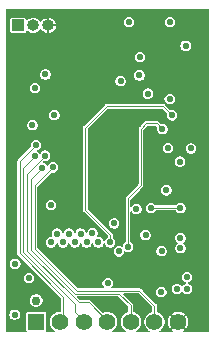
<source format=gbr>
%TF.GenerationSoftware,KiCad,Pcbnew,9.0.0*%
%TF.CreationDate,2025-04-16T21:25:52-04:00*%
%TF.ProjectId,ESP32_S3_CAM,45535033-325f-4533-935f-43414d2e6b69,rev?*%
%TF.SameCoordinates,Original*%
%TF.FileFunction,Copper,L2,Inr*%
%TF.FilePolarity,Positive*%
%FSLAX46Y46*%
G04 Gerber Fmt 4.6, Leading zero omitted, Abs format (unit mm)*
G04 Created by KiCad (PCBNEW 9.0.0) date 2025-04-16 21:25:52*
%MOMM*%
%LPD*%
G01*
G04 APERTURE LIST*
%TA.AperFunction,ComponentPad*%
%ADD10C,0.500000*%
%TD*%
%TA.AperFunction,ComponentPad*%
%ADD11R,1.000000X1.000000*%
%TD*%
%TA.AperFunction,ComponentPad*%
%ADD12O,1.000000X1.000000*%
%TD*%
%TA.AperFunction,ComponentPad*%
%ADD13R,1.400000X1.400000*%
%TD*%
%TA.AperFunction,ComponentPad*%
%ADD14C,1.400000*%
%TD*%
%TA.AperFunction,ViaPad*%
%ADD15C,0.584200*%
%TD*%
%TA.AperFunction,ViaPad*%
%ADD16C,0.762000*%
%TD*%
%TA.AperFunction,Conductor*%
%ADD17C,0.101600*%
%TD*%
G04 APERTURE END LIST*
D10*
%TO.N,GND*%
%TO.C,U1*%
X159800000Y-81620000D03*
X159800000Y-82620000D03*
X159800000Y-83620000D03*
X160800000Y-81620000D03*
X160800000Y-82620000D03*
X160800000Y-83620000D03*
X161800000Y-81620000D03*
X161800000Y-82620000D03*
X161800000Y-83620000D03*
%TD*%
D11*
%TO.N,USB-*%
%TO.C,J3*%
X152960000Y-72360000D03*
D12*
%TO.N,USB+*%
X154230000Y-72360000D03*
%TO.N,GND*%
X155500000Y-72360000D03*
%TD*%
D13*
%TO.N,+BATT*%
%TO.C,J2*%
X154500000Y-97470000D03*
D14*
%TO.N,GPIO_1*%
X156500000Y-97470000D03*
%TO.N,GPIO_2*%
X158500000Y-97470000D03*
%TO.N,GPIO_3*%
X160500000Y-97470000D03*
%TO.N,GPIO_4*%
X162500000Y-97470000D03*
%TO.N,GPIO_5*%
X164500000Y-97470000D03*
%TO.N,GND*%
X166500000Y-97470000D03*
%TD*%
D15*
%TO.N,+3.3V*%
X163740000Y-90100000D03*
X167140000Y-74080000D03*
X160540000Y-94180000D03*
X154400000Y-77680000D03*
X167270000Y-93660000D03*
X165500000Y-86325000D03*
X156020000Y-79950000D03*
X166700000Y-90360000D03*
X161625000Y-77075000D03*
%TO.N,GPIO_1*%
X154460000Y-82510000D03*
%TO.N,GPIO_14*%
X157750000Y-90730000D03*
%TO.N,GPIO_11*%
X156250000Y-89990000D03*
%TO.N,SPICS0*%
X163280000Y-75060000D03*
X167580000Y-82780000D03*
%TO.N,GPIO_12*%
X156750000Y-90730000D03*
%TO.N,GND*%
X157140000Y-79000000D03*
X163425000Y-96025000D03*
X161410000Y-96040000D03*
%TO.N,GPIO_2*%
X154360000Y-83460000D03*
%TO.N,GPIO_38*%
X163940000Y-78140000D03*
%TO.N,GPIO_17*%
X159250000Y-89970000D03*
%TO.N,GPIO_3*%
X155245000Y-83395000D03*
%TO.N,GPIO_10*%
X155750000Y-90730000D03*
%TO.N,SPIWP*%
X165790000Y-78590000D03*
X166650000Y-83890000D03*
%TO.N,GPIO_13*%
X157250000Y-89990000D03*
%TO.N,CHIP_PU*%
X165823333Y-72080000D03*
X154170000Y-80800000D03*
%TO.N,GPIO_0*%
X162330000Y-72080000D03*
X155270000Y-76520000D03*
%TO.N,SPIQ*%
X165650000Y-82730000D03*
X163220000Y-76590000D03*
%TO.N,Net-(C10-Pad1)*%
X166700000Y-91210000D03*
%TO.N,GPIO_48*%
X166000000Y-79975000D03*
X160750000Y-90730000D03*
%TO.N,GPIO_47*%
X162250000Y-91100000D03*
X165175000Y-81150000D03*
%TO.N,GPIO_16*%
X158750000Y-90730000D03*
%TO.N,AVCC_2V8*%
X161480000Y-91490000D03*
X165100000Y-91480000D03*
%TO.N,GPIO_40*%
X167270000Y-94660000D03*
%TO.N,GPIO_15*%
X158250000Y-89990000D03*
%TO.N,GPIO_18*%
X159750000Y-90730000D03*
%TO.N,GPIO_39*%
X166423333Y-94660000D03*
%TO.N,GPIO_4*%
X155000000Y-84450000D03*
%TO.N,USB-*%
X161090000Y-89130000D03*
%TO.N,USB+*%
X162970000Y-87910000D03*
%TO.N,GPIO_5*%
X155925000Y-84375000D03*
%TO.N,+BATT*%
X155750000Y-87560000D03*
D16*
X154490000Y-95660000D03*
D15*
X165075000Y-94925000D03*
%TO.N,VCC_1V3*%
X152710000Y-92540000D03*
%TO.N,Net-(J1-Pad17)*%
X166700000Y-87810000D03*
X164220000Y-87810000D03*
%TO.N,Net-(D1-K)*%
X153870000Y-93770000D03*
%TO.N,Net-(D2-K)*%
X152660000Y-96850000D03*
%TD*%
D17*
%TO.N,GPIO_1*%
X153090000Y-83880000D02*
X153090000Y-91665000D01*
X153090000Y-91665000D02*
X156760000Y-95335000D01*
X154460000Y-82510000D02*
X153090000Y-83880000D01*
X156760000Y-95335000D02*
X156760000Y-97140000D01*
X156760000Y-97140000D02*
X156500000Y-97400000D01*
%TO.N,GPIO_2*%
X158500000Y-97390000D02*
X158500000Y-97470000D01*
X157780000Y-96670000D02*
X158500000Y-97390000D01*
X154360000Y-83460000D02*
X153390000Y-84430000D01*
X153390000Y-91550000D02*
X157780000Y-95940000D01*
X158500000Y-97470000D02*
X158500000Y-97400000D01*
X157780000Y-95940000D02*
X157780000Y-96670000D01*
X153390000Y-84430000D02*
X153390000Y-91550000D01*
%TO.N,GPIO_3*%
X158107500Y-95820000D02*
X158920000Y-95820000D01*
X153720000Y-91432500D02*
X158107500Y-95820000D01*
X155245000Y-83395000D02*
X153720000Y-84920000D01*
X153720000Y-84920000D02*
X153720000Y-91432500D01*
X158920000Y-95820000D02*
X160500000Y-97400000D01*
%TO.N,GPIO_48*%
X158650000Y-81030000D02*
X160460000Y-79220000D01*
X165245000Y-79220000D02*
X166000000Y-79975000D01*
X160750000Y-90090000D02*
X158650000Y-87990000D01*
X158650000Y-87990000D02*
X158650000Y-81030000D01*
X160750000Y-90730000D02*
X160750000Y-90090000D01*
X160460000Y-79220000D02*
X165245000Y-79220000D01*
%TO.N,GPIO_47*%
X164695000Y-80670000D02*
X165175000Y-81150000D01*
X163350000Y-81130000D02*
X163810000Y-80670000D01*
X162250000Y-87000000D02*
X163350000Y-85900000D01*
X163350000Y-85900000D02*
X163350000Y-81130000D01*
X162250000Y-91100000D02*
X162250000Y-87000000D01*
X163810000Y-80670000D02*
X164695000Y-80670000D01*
%TO.N,GPIO_4*%
X154040000Y-85410000D02*
X154040000Y-91340000D01*
X154040000Y-91340000D02*
X157770000Y-95070000D01*
X157770000Y-95070000D02*
X161510000Y-95070000D01*
X162500000Y-96060000D02*
X162500000Y-97400000D01*
X155000000Y-84450000D02*
X154040000Y-85410000D01*
X161510000Y-95070000D02*
X162500000Y-96060000D01*
%TO.N,GPIO_5*%
X155925000Y-84375000D02*
X154380000Y-85920000D01*
X163230000Y-94830000D02*
X164500000Y-96100000D01*
X164500000Y-96100000D02*
X164500000Y-97400000D01*
X157955000Y-94830000D02*
X163230000Y-94830000D01*
X154380000Y-85920000D02*
X154380000Y-91255000D01*
X154380000Y-91255000D02*
X157955000Y-94830000D01*
%TO.N,Net-(J1-Pad17)*%
X164220000Y-87810000D02*
X166700000Y-87810000D01*
%TD*%
%TA.AperFunction,Conductor*%
%TO.N,GND*%
G36*
X169070238Y-70967593D02*
G01*
X169095958Y-71012142D01*
X169097100Y-71025200D01*
X169097100Y-98271900D01*
X169079507Y-98320238D01*
X169034958Y-98345958D01*
X169021900Y-98347100D01*
X166969508Y-98347100D01*
X166921170Y-98329507D01*
X166895450Y-98284958D01*
X166904383Y-98234300D01*
X166927729Y-98209374D01*
X167043370Y-98132104D01*
X167048855Y-98126618D01*
X167048855Y-98126617D01*
X166724502Y-97802264D01*
X166745606Y-97790080D01*
X166820080Y-97715606D01*
X166832264Y-97694501D01*
X167156618Y-98018855D01*
X167162104Y-98013370D01*
X167255385Y-97873765D01*
X167319640Y-97718639D01*
X167319641Y-97718637D01*
X167352400Y-97553955D01*
X167352400Y-97386044D01*
X167319641Y-97221362D01*
X167319640Y-97221360D01*
X167255385Y-97066234D01*
X167162105Y-96926630D01*
X167162097Y-96926621D01*
X167156620Y-96921144D01*
X167156618Y-96921144D01*
X166832264Y-97245497D01*
X166820080Y-97224394D01*
X166745606Y-97149920D01*
X166724501Y-97137735D01*
X167048855Y-96813381D01*
X167048855Y-96813379D01*
X167043378Y-96807902D01*
X167043369Y-96807894D01*
X166903765Y-96714614D01*
X166748639Y-96650359D01*
X166748637Y-96650358D01*
X166583956Y-96617600D01*
X166416044Y-96617600D01*
X166251362Y-96650358D01*
X166251360Y-96650359D01*
X166096234Y-96714614D01*
X165956633Y-96807893D01*
X165956625Y-96807899D01*
X165951143Y-96813380D01*
X166275498Y-97137735D01*
X166254394Y-97149920D01*
X166179920Y-97224394D01*
X166167735Y-97245498D01*
X165843380Y-96921144D01*
X165837899Y-96926625D01*
X165837893Y-96926633D01*
X165744614Y-97066234D01*
X165680359Y-97221360D01*
X165680358Y-97221362D01*
X165647600Y-97386044D01*
X165647600Y-97553955D01*
X165680358Y-97718637D01*
X165680359Y-97718639D01*
X165744614Y-97873765D01*
X165837894Y-98013369D01*
X165837902Y-98013378D01*
X165843379Y-98018855D01*
X165843381Y-98018855D01*
X166167735Y-97694500D01*
X166179920Y-97715606D01*
X166254394Y-97790080D01*
X166275497Y-97802264D01*
X165951144Y-98126618D01*
X165951144Y-98126620D01*
X165956621Y-98132097D01*
X165956630Y-98132105D01*
X166072271Y-98209374D01*
X166102688Y-98250857D01*
X166099323Y-98302187D01*
X166063752Y-98339345D01*
X166030492Y-98347100D01*
X164970408Y-98347100D01*
X164922070Y-98329507D01*
X164896350Y-98284958D01*
X164905283Y-98234300D01*
X164928627Y-98209374D01*
X165043692Y-98132491D01*
X165162491Y-98013692D01*
X165255830Y-97874000D01*
X165320124Y-97718782D01*
X165352900Y-97554003D01*
X165352900Y-97385997D01*
X165320124Y-97221218D01*
X165255830Y-97066000D01*
X165162491Y-96926308D01*
X165162488Y-96926305D01*
X165162486Y-96926302D01*
X165043697Y-96807513D01*
X165043694Y-96807511D01*
X165043692Y-96807509D01*
X164904000Y-96714170D01*
X164903261Y-96713864D01*
X164750122Y-96650431D01*
X164712197Y-96615678D01*
X164703700Y-96580955D01*
X164703700Y-96059482D01*
X164703700Y-96059481D01*
X164672689Y-95984613D01*
X164615387Y-95927311D01*
X164615386Y-95927310D01*
X163554490Y-94866415D01*
X164630000Y-94866415D01*
X164630000Y-94983585D01*
X164643428Y-95033700D01*
X164660326Y-95096766D01*
X164718910Y-95198236D01*
X164801763Y-95281089D01*
X164903233Y-95339673D01*
X164903235Y-95339673D01*
X164903236Y-95339674D01*
X165016415Y-95370000D01*
X165016418Y-95370000D01*
X165133582Y-95370000D01*
X165133585Y-95370000D01*
X165246764Y-95339674D01*
X165259748Y-95332178D01*
X165348236Y-95281089D01*
X165431089Y-95198236D01*
X165489673Y-95096766D01*
X165489674Y-95096764D01*
X165520000Y-94983585D01*
X165520000Y-94866415D01*
X165489674Y-94753236D01*
X165489673Y-94753235D01*
X165489673Y-94753233D01*
X165431089Y-94651763D01*
X165380741Y-94601415D01*
X165978333Y-94601415D01*
X165978333Y-94718585D01*
X165987617Y-94753233D01*
X166008659Y-94831766D01*
X166067243Y-94933236D01*
X166150096Y-95016089D01*
X166251566Y-95074673D01*
X166251568Y-95074673D01*
X166251569Y-95074674D01*
X166364748Y-95105000D01*
X166364751Y-95105000D01*
X166481915Y-95105000D01*
X166481918Y-95105000D01*
X166595097Y-95074674D01*
X166610525Y-95065767D01*
X166696569Y-95016089D01*
X166779422Y-94933236D01*
X166781539Y-94929570D01*
X166820942Y-94896503D01*
X166872382Y-94896500D01*
X166911789Y-94929562D01*
X166911790Y-94929563D01*
X166913911Y-94933237D01*
X166996763Y-95016089D01*
X167098233Y-95074673D01*
X167098235Y-95074673D01*
X167098236Y-95074674D01*
X167211415Y-95105000D01*
X167211418Y-95105000D01*
X167328582Y-95105000D01*
X167328585Y-95105000D01*
X167441764Y-95074674D01*
X167457192Y-95065767D01*
X167543236Y-95016089D01*
X167626089Y-94933236D01*
X167684673Y-94831766D01*
X167684674Y-94831764D01*
X167715000Y-94718585D01*
X167715000Y-94601415D01*
X167684674Y-94488236D01*
X167684673Y-94488235D01*
X167684673Y-94488233D01*
X167626089Y-94386763D01*
X167543236Y-94303910D01*
X167441766Y-94245326D01*
X167416595Y-94238582D01*
X167394407Y-94232636D01*
X167352272Y-94203133D01*
X167338958Y-94153446D01*
X167360697Y-94106826D01*
X167394406Y-94087363D01*
X167441764Y-94074674D01*
X167543236Y-94016089D01*
X167626089Y-93933236D01*
X167684674Y-93831764D01*
X167715000Y-93718585D01*
X167715000Y-93601415D01*
X167684674Y-93488236D01*
X167684673Y-93488235D01*
X167684673Y-93488233D01*
X167626089Y-93386763D01*
X167543236Y-93303910D01*
X167441766Y-93245326D01*
X167396492Y-93233195D01*
X167328585Y-93215000D01*
X167211415Y-93215000D01*
X167154825Y-93230163D01*
X167098233Y-93245326D01*
X166996763Y-93303910D01*
X166913910Y-93386763D01*
X166855326Y-93488233D01*
X166837130Y-93556143D01*
X166825000Y-93601415D01*
X166825000Y-93718585D01*
X166837524Y-93765326D01*
X166855326Y-93831766D01*
X166913910Y-93933236D01*
X166996763Y-94016089D01*
X167098234Y-94074673D01*
X167098236Y-94074674D01*
X167145590Y-94087362D01*
X167187727Y-94116867D01*
X167201041Y-94166554D01*
X167179302Y-94213174D01*
X167145591Y-94232637D01*
X167126145Y-94237847D01*
X167098234Y-94245326D01*
X166996763Y-94303910D01*
X166913910Y-94386763D01*
X166911788Y-94390439D01*
X166872379Y-94423500D01*
X166820939Y-94423495D01*
X166781541Y-94390433D01*
X166779422Y-94386763D01*
X166696569Y-94303910D01*
X166595099Y-94245326D01*
X166547744Y-94232638D01*
X166481918Y-94215000D01*
X166364748Y-94215000D01*
X166308158Y-94230163D01*
X166251566Y-94245326D01*
X166150096Y-94303910D01*
X166067243Y-94386763D01*
X166008659Y-94488233D01*
X165995837Y-94536089D01*
X165978333Y-94601415D01*
X165380741Y-94601415D01*
X165348236Y-94568910D01*
X165246766Y-94510326D01*
X165200486Y-94497926D01*
X165133585Y-94480000D01*
X165016415Y-94480000D01*
X164959825Y-94495163D01*
X164903233Y-94510326D01*
X164801763Y-94568910D01*
X164718910Y-94651763D01*
X164660326Y-94753233D01*
X164647944Y-94799446D01*
X164630000Y-94866415D01*
X163554490Y-94866415D01*
X163413265Y-94725190D01*
X163402689Y-94714613D01*
X163345387Y-94657311D01*
X163270519Y-94626300D01*
X163270518Y-94626300D01*
X160904574Y-94626300D01*
X160856236Y-94608707D01*
X160830516Y-94564158D01*
X160839449Y-94513500D01*
X160851400Y-94497926D01*
X160896089Y-94453236D01*
X160954673Y-94351766D01*
X160954674Y-94351764D01*
X160985000Y-94238585D01*
X160985000Y-94121415D01*
X160954674Y-94008236D01*
X160954673Y-94008235D01*
X160954673Y-94008233D01*
X160896089Y-93906763D01*
X160813236Y-93823910D01*
X160711766Y-93765326D01*
X160666492Y-93753195D01*
X160598585Y-93735000D01*
X160481415Y-93735000D01*
X160424825Y-93750163D01*
X160368233Y-93765326D01*
X160266763Y-93823910D01*
X160183910Y-93906763D01*
X160125326Y-94008233D01*
X160107524Y-94074673D01*
X160095000Y-94121415D01*
X160095000Y-94238585D01*
X160112504Y-94303910D01*
X160125326Y-94351766D01*
X160183910Y-94453236D01*
X160228600Y-94497926D01*
X160250340Y-94544546D01*
X160237026Y-94594233D01*
X160194889Y-94623738D01*
X160175426Y-94626300D01*
X158070524Y-94626300D01*
X158022186Y-94608707D01*
X158017350Y-94604274D01*
X154844491Y-91431415D01*
X161035000Y-91431415D01*
X161035000Y-91548585D01*
X161053195Y-91616492D01*
X161065326Y-91661766D01*
X161123910Y-91763236D01*
X161206763Y-91846089D01*
X161308233Y-91904673D01*
X161308235Y-91904673D01*
X161308236Y-91904674D01*
X161421415Y-91935000D01*
X161421418Y-91935000D01*
X161538582Y-91935000D01*
X161538585Y-91935000D01*
X161651764Y-91904674D01*
X161669085Y-91894674D01*
X161753236Y-91846089D01*
X161836089Y-91763236D01*
X161894673Y-91661766D01*
X161896486Y-91655000D01*
X161925000Y-91548585D01*
X161925000Y-91548576D01*
X161925283Y-91546430D01*
X161925888Y-91545267D01*
X161926275Y-91543824D01*
X161926594Y-91543909D01*
X161949035Y-91500802D01*
X161996559Y-91481117D01*
X162037438Y-91491119D01*
X162078236Y-91514674D01*
X162191415Y-91545000D01*
X162191418Y-91545000D01*
X162308582Y-91545000D01*
X162308585Y-91545000D01*
X162421764Y-91514674D01*
X162523236Y-91456089D01*
X162557910Y-91421415D01*
X164655000Y-91421415D01*
X164655000Y-91538585D01*
X164662370Y-91566089D01*
X164685326Y-91651766D01*
X164743910Y-91753236D01*
X164826763Y-91836089D01*
X164928233Y-91894673D01*
X164928235Y-91894673D01*
X164928236Y-91894674D01*
X165041415Y-91925000D01*
X165041418Y-91925000D01*
X165158582Y-91925000D01*
X165158585Y-91925000D01*
X165271764Y-91894674D01*
X165373236Y-91836089D01*
X165456089Y-91753236D01*
X165514673Y-91651766D01*
X165514674Y-91651764D01*
X165545000Y-91538585D01*
X165545000Y-91421415D01*
X165514674Y-91308236D01*
X165514673Y-91308235D01*
X165514673Y-91308233D01*
X165456089Y-91206763D01*
X165373236Y-91123910D01*
X165271766Y-91065326D01*
X165226492Y-91053195D01*
X165158585Y-91035000D01*
X165041415Y-91035000D01*
X164984825Y-91050163D01*
X164928233Y-91065326D01*
X164826763Y-91123910D01*
X164743910Y-91206763D01*
X164685326Y-91308233D01*
X164667910Y-91373235D01*
X164655000Y-91421415D01*
X162557910Y-91421415D01*
X162606089Y-91373236D01*
X162637844Y-91318236D01*
X162664673Y-91271766D01*
X162664674Y-91271764D01*
X162695000Y-91158585D01*
X162695000Y-91041415D01*
X162664674Y-90928236D01*
X162664673Y-90928235D01*
X162664673Y-90928233D01*
X162606089Y-90826763D01*
X162523236Y-90743910D01*
X162491300Y-90725472D01*
X162458235Y-90686067D01*
X162453700Y-90660347D01*
X162453700Y-90041415D01*
X163295000Y-90041415D01*
X163295000Y-90158585D01*
X163305821Y-90198969D01*
X163325326Y-90271766D01*
X163383910Y-90373236D01*
X163466763Y-90456089D01*
X163568233Y-90514673D01*
X163568235Y-90514673D01*
X163568236Y-90514674D01*
X163681415Y-90545000D01*
X163681418Y-90545000D01*
X163798582Y-90545000D01*
X163798585Y-90545000D01*
X163911764Y-90514674D01*
X164013236Y-90456089D01*
X164096089Y-90373236D01*
X164137555Y-90301415D01*
X166255000Y-90301415D01*
X166255000Y-90418585D01*
X166265049Y-90456089D01*
X166285326Y-90531766D01*
X166343910Y-90633236D01*
X166426762Y-90716088D01*
X166433321Y-90719875D01*
X166466385Y-90759281D01*
X166466385Y-90810721D01*
X166433321Y-90850125D01*
X166426762Y-90853911D01*
X166343910Y-90936763D01*
X166285326Y-91038233D01*
X166272504Y-91086089D01*
X166255000Y-91151415D01*
X166255000Y-91268585D01*
X166268303Y-91318233D01*
X166285326Y-91381766D01*
X166343910Y-91483236D01*
X166426763Y-91566089D01*
X166528233Y-91624673D01*
X166528235Y-91624673D01*
X166528236Y-91624674D01*
X166641415Y-91655000D01*
X166641418Y-91655000D01*
X166758582Y-91655000D01*
X166758585Y-91655000D01*
X166871764Y-91624674D01*
X166973236Y-91566089D01*
X167056089Y-91483236D01*
X167091780Y-91421417D01*
X167114673Y-91381766D01*
X167116959Y-91373235D01*
X167145000Y-91268585D01*
X167145000Y-91151415D01*
X167114674Y-91038236D01*
X167114673Y-91038235D01*
X167114673Y-91038233D01*
X167056089Y-90936763D01*
X166973236Y-90853910D01*
X166966681Y-90850126D01*
X166933615Y-90810722D01*
X166933613Y-90759282D01*
X166966677Y-90719876D01*
X166966681Y-90719874D01*
X166973236Y-90716089D01*
X167056089Y-90633236D01*
X167114673Y-90531766D01*
X167119253Y-90514673D01*
X167145000Y-90418585D01*
X167145000Y-90301415D01*
X167114674Y-90188236D01*
X167114673Y-90188235D01*
X167114673Y-90188233D01*
X167056089Y-90086763D01*
X166973236Y-90003910D01*
X166871766Y-89945326D01*
X166826492Y-89933195D01*
X166758585Y-89915000D01*
X166641415Y-89915000D01*
X166584825Y-89930163D01*
X166528233Y-89945326D01*
X166426763Y-90003910D01*
X166343910Y-90086763D01*
X166285326Y-90188233D01*
X166276049Y-90222858D01*
X166255000Y-90301415D01*
X164137555Y-90301415D01*
X164154674Y-90271764D01*
X164185000Y-90158585D01*
X164185000Y-90041415D01*
X164154674Y-89928236D01*
X164154673Y-89928235D01*
X164154673Y-89928233D01*
X164096089Y-89826763D01*
X164013236Y-89743910D01*
X163911766Y-89685326D01*
X163866492Y-89673195D01*
X163798585Y-89655000D01*
X163681415Y-89655000D01*
X163624825Y-89670163D01*
X163568233Y-89685326D01*
X163466763Y-89743910D01*
X163383910Y-89826763D01*
X163325326Y-89928233D01*
X163312899Y-89974613D01*
X163295000Y-90041415D01*
X162453700Y-90041415D01*
X162453700Y-88186393D01*
X162471293Y-88138055D01*
X162515842Y-88112335D01*
X162566500Y-88121268D01*
X162594025Y-88148793D01*
X162613910Y-88183236D01*
X162696763Y-88266089D01*
X162798233Y-88324673D01*
X162798235Y-88324673D01*
X162798236Y-88324674D01*
X162911415Y-88355000D01*
X162911418Y-88355000D01*
X163028582Y-88355000D01*
X163028585Y-88355000D01*
X163141764Y-88324674D01*
X163243236Y-88266089D01*
X163326089Y-88183236D01*
X163384674Y-88081764D01*
X163415000Y-87968585D01*
X163415000Y-87851415D01*
X163388205Y-87751415D01*
X163775000Y-87751415D01*
X163775000Y-87868585D01*
X163787729Y-87916089D01*
X163805326Y-87981766D01*
X163863910Y-88083236D01*
X163946763Y-88166089D01*
X164048233Y-88224673D01*
X164048235Y-88224673D01*
X164048236Y-88224674D01*
X164161415Y-88255000D01*
X164161418Y-88255000D01*
X164278582Y-88255000D01*
X164278585Y-88255000D01*
X164391764Y-88224674D01*
X164493236Y-88166089D01*
X164576089Y-88083236D01*
X164576939Y-88081764D01*
X164594528Y-88051300D01*
X164633933Y-88018235D01*
X164659653Y-88013700D01*
X166260347Y-88013700D01*
X166308685Y-88031293D01*
X166325472Y-88051300D01*
X166343910Y-88083236D01*
X166426763Y-88166089D01*
X166528233Y-88224673D01*
X166528235Y-88224673D01*
X166528236Y-88224674D01*
X166641415Y-88255000D01*
X166641418Y-88255000D01*
X166758582Y-88255000D01*
X166758585Y-88255000D01*
X166871764Y-88224674D01*
X166973236Y-88166089D01*
X167056089Y-88083236D01*
X167086526Y-88030517D01*
X167114673Y-87981766D01*
X167114674Y-87981764D01*
X167145000Y-87868585D01*
X167145000Y-87751415D01*
X167114674Y-87638236D01*
X167114673Y-87638235D01*
X167114673Y-87638233D01*
X167056089Y-87536763D01*
X166973236Y-87453910D01*
X166871766Y-87395326D01*
X166826492Y-87383195D01*
X166758585Y-87365000D01*
X166641415Y-87365000D01*
X166584825Y-87380163D01*
X166528233Y-87395326D01*
X166426763Y-87453910D01*
X166343910Y-87536763D01*
X166325472Y-87568700D01*
X166286067Y-87601765D01*
X166260347Y-87606300D01*
X164659653Y-87606300D01*
X164611315Y-87588707D01*
X164594528Y-87568700D01*
X164576089Y-87536763D01*
X164493236Y-87453910D01*
X164391766Y-87395326D01*
X164346492Y-87383195D01*
X164278585Y-87365000D01*
X164161415Y-87365000D01*
X164104825Y-87380163D01*
X164048233Y-87395326D01*
X163946763Y-87453910D01*
X163863910Y-87536763D01*
X163805326Y-87638233D01*
X163787632Y-87704271D01*
X163775000Y-87751415D01*
X163388205Y-87751415D01*
X163384674Y-87738236D01*
X163380939Y-87731766D01*
X163326089Y-87636763D01*
X163243236Y-87553910D01*
X163141766Y-87495326D01*
X163096492Y-87483195D01*
X163028585Y-87465000D01*
X162911415Y-87465000D01*
X162854825Y-87480163D01*
X162798233Y-87495326D01*
X162696763Y-87553910D01*
X162613910Y-87636763D01*
X162594025Y-87671206D01*
X162554620Y-87704271D01*
X162503180Y-87704271D01*
X162463775Y-87671206D01*
X162453700Y-87633606D01*
X162453700Y-87115522D01*
X162471293Y-87067184D01*
X162475715Y-87062359D01*
X163271659Y-86266415D01*
X165055000Y-86266415D01*
X165055000Y-86383585D01*
X165073195Y-86451492D01*
X165085326Y-86496766D01*
X165143910Y-86598236D01*
X165226763Y-86681089D01*
X165328233Y-86739673D01*
X165328235Y-86739673D01*
X165328236Y-86739674D01*
X165441415Y-86770000D01*
X165441418Y-86770000D01*
X165558582Y-86770000D01*
X165558585Y-86770000D01*
X165671764Y-86739674D01*
X165773236Y-86681089D01*
X165856089Y-86598236D01*
X165914674Y-86496764D01*
X165945000Y-86383585D01*
X165945000Y-86266415D01*
X165914674Y-86153236D01*
X165914673Y-86153235D01*
X165914673Y-86153233D01*
X165856089Y-86051763D01*
X165773236Y-85968910D01*
X165671766Y-85910326D01*
X165626492Y-85898195D01*
X165558585Y-85880000D01*
X165441415Y-85880000D01*
X165384825Y-85895163D01*
X165328233Y-85910326D01*
X165226763Y-85968910D01*
X165143910Y-86051763D01*
X165085326Y-86153233D01*
X165067130Y-86221143D01*
X165055000Y-86266415D01*
X163271659Y-86266415D01*
X163465385Y-86072689D01*
X163465387Y-86072689D01*
X163522689Y-86015387D01*
X163545416Y-85960519D01*
X163553701Y-85940519D01*
X163553701Y-85859481D01*
X163553700Y-85859478D01*
X163553700Y-83831415D01*
X166205000Y-83831415D01*
X166205000Y-83948585D01*
X166213570Y-83980569D01*
X166235326Y-84061766D01*
X166293910Y-84163236D01*
X166376763Y-84246089D01*
X166478233Y-84304673D01*
X166478235Y-84304673D01*
X166478236Y-84304674D01*
X166591415Y-84335000D01*
X166591418Y-84335000D01*
X166708582Y-84335000D01*
X166708585Y-84335000D01*
X166821764Y-84304674D01*
X166923236Y-84246089D01*
X167006089Y-84163236D01*
X167046114Y-84093911D01*
X167064673Y-84061766D01*
X167064674Y-84061764D01*
X167095000Y-83948585D01*
X167095000Y-83831415D01*
X167064674Y-83718236D01*
X167064673Y-83718235D01*
X167064673Y-83718233D01*
X167006089Y-83616763D01*
X166923236Y-83533910D01*
X166821766Y-83475326D01*
X166775363Y-83462893D01*
X166708585Y-83445000D01*
X166591415Y-83445000D01*
X166536643Y-83459676D01*
X166478233Y-83475326D01*
X166376763Y-83533910D01*
X166293910Y-83616763D01*
X166235326Y-83718233D01*
X166222899Y-83764613D01*
X166205000Y-83831415D01*
X163553700Y-83831415D01*
X163553700Y-82671415D01*
X165205000Y-82671415D01*
X165205000Y-82788585D01*
X165223195Y-82856492D01*
X165235326Y-82901766D01*
X165293910Y-83003236D01*
X165376763Y-83086089D01*
X165478233Y-83144673D01*
X165478235Y-83144673D01*
X165478236Y-83144674D01*
X165591415Y-83175000D01*
X165591418Y-83175000D01*
X165708582Y-83175000D01*
X165708585Y-83175000D01*
X165821764Y-83144674D01*
X165892368Y-83103911D01*
X165923236Y-83086089D01*
X166006089Y-83003236D01*
X166064673Y-82901766D01*
X166064674Y-82901764D01*
X166095000Y-82788585D01*
X166095000Y-82721415D01*
X167135000Y-82721415D01*
X167135000Y-82838585D01*
X167142370Y-82866089D01*
X167165326Y-82951766D01*
X167223910Y-83053236D01*
X167306763Y-83136089D01*
X167408233Y-83194673D01*
X167408235Y-83194673D01*
X167408236Y-83194674D01*
X167521415Y-83225000D01*
X167521418Y-83225000D01*
X167638582Y-83225000D01*
X167638585Y-83225000D01*
X167751764Y-83194674D01*
X167765465Y-83186764D01*
X167853236Y-83136089D01*
X167936089Y-83053236D01*
X167994673Y-82951766D01*
X167994674Y-82951764D01*
X168025000Y-82838585D01*
X168025000Y-82721415D01*
X167994674Y-82608236D01*
X167994673Y-82608235D01*
X167994673Y-82608233D01*
X167936089Y-82506763D01*
X167853236Y-82423910D01*
X167751766Y-82365326D01*
X167706492Y-82353195D01*
X167638585Y-82335000D01*
X167521415Y-82335000D01*
X167464825Y-82350163D01*
X167408233Y-82365326D01*
X167306763Y-82423910D01*
X167223910Y-82506763D01*
X167165326Y-82608233D01*
X167148397Y-82671415D01*
X167135000Y-82721415D01*
X166095000Y-82721415D01*
X166095000Y-82671415D01*
X166064674Y-82558236D01*
X166064673Y-82558235D01*
X166064673Y-82558233D01*
X166006089Y-82456763D01*
X165923236Y-82373910D01*
X165821766Y-82315326D01*
X165776492Y-82303195D01*
X165708585Y-82285000D01*
X165591415Y-82285000D01*
X165534825Y-82300163D01*
X165478233Y-82315326D01*
X165376763Y-82373910D01*
X165293910Y-82456763D01*
X165235326Y-82558233D01*
X165217130Y-82626143D01*
X165205000Y-82671415D01*
X163553700Y-82671415D01*
X163553700Y-81245524D01*
X163571293Y-81197186D01*
X163575726Y-81192349D01*
X163872351Y-80895725D01*
X163918971Y-80873986D01*
X163925525Y-80873700D01*
X164579477Y-80873700D01*
X164594904Y-80879315D01*
X164611258Y-80880746D01*
X164624702Y-80890160D01*
X164627815Y-80891293D01*
X164632650Y-80895725D01*
X164720080Y-80983155D01*
X164741820Y-81029775D01*
X164739544Y-81055789D01*
X164730000Y-81091413D01*
X164730000Y-81091415D01*
X164730000Y-81208585D01*
X164739898Y-81245524D01*
X164760326Y-81321766D01*
X164818910Y-81423236D01*
X164901763Y-81506089D01*
X165003233Y-81564673D01*
X165003235Y-81564673D01*
X165003236Y-81564674D01*
X165116415Y-81595000D01*
X165116418Y-81595000D01*
X165233582Y-81595000D01*
X165233585Y-81595000D01*
X165346764Y-81564674D01*
X165448236Y-81506089D01*
X165531089Y-81423236D01*
X165589674Y-81321764D01*
X165620000Y-81208585D01*
X165620000Y-81091415D01*
X165589674Y-80978236D01*
X165589673Y-80978235D01*
X165589673Y-80978233D01*
X165531089Y-80876763D01*
X165448236Y-80793910D01*
X165346766Y-80735326D01*
X165301492Y-80723195D01*
X165233585Y-80705000D01*
X165116415Y-80705000D01*
X165116414Y-80705000D01*
X165080789Y-80714544D01*
X165029545Y-80710059D01*
X165008155Y-80695080D01*
X164878266Y-80565191D01*
X164878265Y-80565189D01*
X164878265Y-80565190D01*
X164867689Y-80554613D01*
X164810387Y-80497311D01*
X164735519Y-80466300D01*
X163850518Y-80466300D01*
X163769481Y-80466300D01*
X163694613Y-80497311D01*
X163694612Y-80497312D01*
X163694607Y-80497315D01*
X163334614Y-80857310D01*
X163234614Y-80957310D01*
X163234613Y-80957311D01*
X163220160Y-80971764D01*
X163177313Y-81014610D01*
X163177312Y-81014612D01*
X163177311Y-81014613D01*
X163171031Y-81029775D01*
X163146300Y-81089482D01*
X163146300Y-85784476D01*
X163128707Y-85832814D01*
X163124274Y-85837650D01*
X162578342Y-86383582D01*
X162134614Y-86827310D01*
X162134613Y-86827311D01*
X162105963Y-86855961D01*
X162077313Y-86884610D01*
X162077312Y-86884612D01*
X162077311Y-86884613D01*
X162046300Y-86959481D01*
X162046300Y-86959482D01*
X162046300Y-90660347D01*
X162028707Y-90708685D01*
X162008700Y-90725472D01*
X161976763Y-90743910D01*
X161893910Y-90826763D01*
X161835326Y-90928233D01*
X161804998Y-91041424D01*
X161804714Y-91043580D01*
X161804109Y-91044740D01*
X161803725Y-91046176D01*
X161803406Y-91046090D01*
X161780955Y-91089205D01*
X161733428Y-91108883D01*
X161692559Y-91098879D01*
X161651765Y-91075326D01*
X161614443Y-91065326D01*
X161538585Y-91045000D01*
X161421415Y-91045000D01*
X161364825Y-91060163D01*
X161308233Y-91075326D01*
X161206763Y-91133910D01*
X161123910Y-91216763D01*
X161065326Y-91318233D01*
X161050589Y-91373235D01*
X161035000Y-91431415D01*
X154844491Y-91431415D01*
X154605726Y-91192650D01*
X154583986Y-91146030D01*
X154583700Y-91139476D01*
X154583700Y-90671415D01*
X155305000Y-90671415D01*
X155305000Y-90788585D01*
X155321490Y-90850126D01*
X155335326Y-90901766D01*
X155393910Y-91003236D01*
X155476763Y-91086089D01*
X155578233Y-91144673D01*
X155578235Y-91144673D01*
X155578236Y-91144674D01*
X155691415Y-91175000D01*
X155691418Y-91175000D01*
X155808582Y-91175000D01*
X155808585Y-91175000D01*
X155921764Y-91144674D01*
X156023236Y-91086089D01*
X156106089Y-91003236D01*
X156164674Y-90901764D01*
X156177363Y-90854407D01*
X156206867Y-90812272D01*
X156256554Y-90798958D01*
X156303174Y-90820697D01*
X156322636Y-90854406D01*
X156329549Y-90880207D01*
X156335326Y-90901766D01*
X156393910Y-91003236D01*
X156476763Y-91086089D01*
X156578233Y-91144673D01*
X156578235Y-91144673D01*
X156578236Y-91144674D01*
X156691415Y-91175000D01*
X156691418Y-91175000D01*
X156808582Y-91175000D01*
X156808585Y-91175000D01*
X156921764Y-91144674D01*
X157023236Y-91086089D01*
X157106089Y-91003236D01*
X157164674Y-90901764D01*
X157177363Y-90854407D01*
X157206867Y-90812272D01*
X157256554Y-90798958D01*
X157303174Y-90820697D01*
X157322636Y-90854406D01*
X157329549Y-90880207D01*
X157335326Y-90901766D01*
X157393910Y-91003236D01*
X157476763Y-91086089D01*
X157578233Y-91144673D01*
X157578235Y-91144673D01*
X157578236Y-91144674D01*
X157691415Y-91175000D01*
X157691418Y-91175000D01*
X157808582Y-91175000D01*
X157808585Y-91175000D01*
X157921764Y-91144674D01*
X158023236Y-91086089D01*
X158106089Y-91003236D01*
X158164674Y-90901764D01*
X158177363Y-90854407D01*
X158206867Y-90812272D01*
X158256554Y-90798958D01*
X158303174Y-90820697D01*
X158322636Y-90854406D01*
X158329549Y-90880207D01*
X158335326Y-90901766D01*
X158393910Y-91003236D01*
X158476763Y-91086089D01*
X158578233Y-91144673D01*
X158578235Y-91144673D01*
X158578236Y-91144674D01*
X158691415Y-91175000D01*
X158691418Y-91175000D01*
X158808582Y-91175000D01*
X158808585Y-91175000D01*
X158921764Y-91144674D01*
X159023236Y-91086089D01*
X159106089Y-91003236D01*
X159164674Y-90901764D01*
X159177363Y-90854407D01*
X159206867Y-90812272D01*
X159256554Y-90798958D01*
X159303174Y-90820697D01*
X159322636Y-90854406D01*
X159329549Y-90880207D01*
X159335326Y-90901766D01*
X159393910Y-91003236D01*
X159476763Y-91086089D01*
X159578233Y-91144673D01*
X159578235Y-91144673D01*
X159578236Y-91144674D01*
X159691415Y-91175000D01*
X159691418Y-91175000D01*
X159808582Y-91175000D01*
X159808585Y-91175000D01*
X159921764Y-91144674D01*
X160023236Y-91086089D01*
X160106089Y-91003236D01*
X160164674Y-90901764D01*
X160177363Y-90854407D01*
X160206867Y-90812272D01*
X160256554Y-90798958D01*
X160303174Y-90820697D01*
X160322636Y-90854406D01*
X160329549Y-90880207D01*
X160335326Y-90901766D01*
X160393910Y-91003236D01*
X160476763Y-91086089D01*
X160578233Y-91144673D01*
X160578235Y-91144673D01*
X160578236Y-91144674D01*
X160691415Y-91175000D01*
X160691418Y-91175000D01*
X160808582Y-91175000D01*
X160808585Y-91175000D01*
X160921764Y-91144674D01*
X161023236Y-91086089D01*
X161106089Y-91003236D01*
X161164674Y-90901764D01*
X161195000Y-90788585D01*
X161195000Y-90671415D01*
X161164674Y-90558236D01*
X161164673Y-90558234D01*
X161164673Y-90558233D01*
X161106089Y-90456763D01*
X161023236Y-90373910D01*
X160991300Y-90355472D01*
X160958235Y-90316067D01*
X160953700Y-90290347D01*
X160953700Y-90049482D01*
X160953700Y-90049481D01*
X160922689Y-89974613D01*
X160865387Y-89917311D01*
X160865386Y-89917310D01*
X160019491Y-89071415D01*
X160645000Y-89071415D01*
X160645000Y-89188585D01*
X160663195Y-89256492D01*
X160675326Y-89301766D01*
X160733910Y-89403236D01*
X160816763Y-89486089D01*
X160918233Y-89544673D01*
X160918235Y-89544673D01*
X160918236Y-89544674D01*
X161031415Y-89575000D01*
X161031418Y-89575000D01*
X161148582Y-89575000D01*
X161148585Y-89575000D01*
X161261764Y-89544674D01*
X161363236Y-89486089D01*
X161446089Y-89403236D01*
X161504674Y-89301764D01*
X161535000Y-89188585D01*
X161535000Y-89071415D01*
X161504674Y-88958236D01*
X161504673Y-88958235D01*
X161504673Y-88958233D01*
X161446089Y-88856763D01*
X161363236Y-88773910D01*
X161261766Y-88715326D01*
X161216492Y-88703195D01*
X161148585Y-88685000D01*
X161031415Y-88685000D01*
X160974825Y-88700163D01*
X160918233Y-88715326D01*
X160816763Y-88773910D01*
X160733910Y-88856763D01*
X160675326Y-88958233D01*
X160657130Y-89026143D01*
X160645000Y-89071415D01*
X160019491Y-89071415D01*
X158875726Y-87927650D01*
X158853986Y-87881030D01*
X158853700Y-87874476D01*
X158853700Y-81145523D01*
X158871293Y-81097185D01*
X158875726Y-81092349D01*
X160522349Y-79445726D01*
X160568969Y-79423986D01*
X160575523Y-79423700D01*
X165129477Y-79423700D01*
X165177815Y-79441293D01*
X165182639Y-79445714D01*
X165545081Y-79808157D01*
X165566820Y-79854776D01*
X165564544Y-79880791D01*
X165555000Y-79916414D01*
X165555000Y-79916415D01*
X165555000Y-80033585D01*
X165573195Y-80101492D01*
X165585326Y-80146766D01*
X165643910Y-80248236D01*
X165726763Y-80331089D01*
X165828233Y-80389673D01*
X165828235Y-80389673D01*
X165828236Y-80389674D01*
X165941415Y-80420000D01*
X165941418Y-80420000D01*
X166058582Y-80420000D01*
X166058585Y-80420000D01*
X166171764Y-80389674D01*
X166273236Y-80331089D01*
X166356089Y-80248236D01*
X166414674Y-80146764D01*
X166445000Y-80033585D01*
X166445000Y-79916415D01*
X166414674Y-79803236D01*
X166414673Y-79803235D01*
X166414673Y-79803233D01*
X166356089Y-79701763D01*
X166273236Y-79618910D01*
X166171766Y-79560326D01*
X166126492Y-79548195D01*
X166058585Y-79530000D01*
X165941415Y-79530000D01*
X165905791Y-79539544D01*
X165854547Y-79535059D01*
X165833156Y-79520080D01*
X165428266Y-79115191D01*
X165428265Y-79115189D01*
X165428265Y-79115190D01*
X165417689Y-79104613D01*
X165360387Y-79047311D01*
X165285519Y-79016300D01*
X165285518Y-79016300D01*
X160509279Y-79016300D01*
X160509271Y-79016299D01*
X160500519Y-79016299D01*
X160419482Y-79016299D01*
X160375624Y-79034465D01*
X160344613Y-79047310D01*
X160315962Y-79075961D01*
X160287311Y-79104613D01*
X160287310Y-79104614D01*
X158534614Y-80857310D01*
X158534613Y-80857311D01*
X158518224Y-80873700D01*
X158477313Y-80914610D01*
X158477312Y-80914612D01*
X158477311Y-80914613D01*
X158446300Y-80989481D01*
X158446300Y-88030519D01*
X158477311Y-88105387D01*
X158534613Y-88162689D01*
X158534614Y-88162689D01*
X158545190Y-88173265D01*
X160524274Y-90152349D01*
X160531211Y-90167225D01*
X160541765Y-90179803D01*
X160544615Y-90195970D01*
X160546014Y-90198969D01*
X160546300Y-90205523D01*
X160546300Y-90290347D01*
X160528707Y-90338685D01*
X160508700Y-90355472D01*
X160476763Y-90373910D01*
X160393910Y-90456763D01*
X160335326Y-90558234D01*
X160322638Y-90605590D01*
X160293133Y-90647727D01*
X160243446Y-90661041D01*
X160196826Y-90639302D01*
X160177362Y-90605590D01*
X160164673Y-90558234D01*
X160106089Y-90456763D01*
X160023236Y-90373910D01*
X159921766Y-90315326D01*
X159876492Y-90303195D01*
X159808585Y-90285000D01*
X159712227Y-90285000D01*
X159663889Y-90267407D01*
X159638169Y-90222858D01*
X159647102Y-90172200D01*
X159664673Y-90141765D01*
X159664674Y-90141764D01*
X159695000Y-90028585D01*
X159695000Y-89911415D01*
X159664674Y-89798236D01*
X159664673Y-89798235D01*
X159664673Y-89798233D01*
X159606089Y-89696763D01*
X159523236Y-89613910D01*
X159421766Y-89555326D01*
X159376492Y-89543195D01*
X159308585Y-89525000D01*
X159191415Y-89525000D01*
X159134825Y-89540163D01*
X159078233Y-89555326D01*
X158976763Y-89613910D01*
X158893910Y-89696763D01*
X158835327Y-89798233D01*
X158835326Y-89798235D01*
X158835326Y-89798236D01*
X158819958Y-89855591D01*
X158790453Y-89897727D01*
X158740766Y-89911041D01*
X158694145Y-89889301D01*
X158674683Y-89855591D01*
X158664674Y-89818236D01*
X158653125Y-89798233D01*
X158606089Y-89716763D01*
X158523236Y-89633910D01*
X158421766Y-89575326D01*
X158376492Y-89563195D01*
X158308585Y-89545000D01*
X158191415Y-89545000D01*
X158134825Y-89560163D01*
X158078233Y-89575326D01*
X157976763Y-89633910D01*
X157893910Y-89716763D01*
X157835326Y-89818234D01*
X157833041Y-89826763D01*
X157825318Y-89855589D01*
X157822638Y-89865590D01*
X157793133Y-89907727D01*
X157743446Y-89921041D01*
X157696826Y-89899302D01*
X157677362Y-89865590D01*
X157674683Y-89855591D01*
X157664674Y-89818236D01*
X157653125Y-89798233D01*
X157606089Y-89716763D01*
X157523236Y-89633910D01*
X157421766Y-89575326D01*
X157376492Y-89563195D01*
X157308585Y-89545000D01*
X157191415Y-89545000D01*
X157134825Y-89560163D01*
X157078233Y-89575326D01*
X156976763Y-89633910D01*
X156893910Y-89716763D01*
X156835326Y-89818234D01*
X156833041Y-89826763D01*
X156825318Y-89855589D01*
X156822638Y-89865590D01*
X156793133Y-89907727D01*
X156743446Y-89921041D01*
X156696826Y-89899302D01*
X156677362Y-89865590D01*
X156674683Y-89855591D01*
X156664674Y-89818236D01*
X156653125Y-89798233D01*
X156606089Y-89716763D01*
X156523236Y-89633910D01*
X156421766Y-89575326D01*
X156376492Y-89563195D01*
X156308585Y-89545000D01*
X156191415Y-89545000D01*
X156134825Y-89560163D01*
X156078233Y-89575326D01*
X155976763Y-89633910D01*
X155893910Y-89716763D01*
X155835326Y-89818233D01*
X155817130Y-89886143D01*
X155805000Y-89931415D01*
X155805000Y-90048585D01*
X155815230Y-90086763D01*
X155835326Y-90161765D01*
X155841351Y-90172200D01*
X155850284Y-90222858D01*
X155824564Y-90267406D01*
X155776226Y-90285000D01*
X155691415Y-90285000D01*
X155634825Y-90300163D01*
X155578233Y-90315326D01*
X155476763Y-90373910D01*
X155393910Y-90456763D01*
X155335326Y-90558233D01*
X155317130Y-90626143D01*
X155305000Y-90671415D01*
X154583700Y-90671415D01*
X154583700Y-87501415D01*
X155305000Y-87501415D01*
X155305000Y-87618585D01*
X155319100Y-87671206D01*
X155335326Y-87731766D01*
X155393910Y-87833236D01*
X155476763Y-87916089D01*
X155578233Y-87974673D01*
X155578235Y-87974673D01*
X155578236Y-87974674D01*
X155691415Y-88005000D01*
X155691418Y-88005000D01*
X155808582Y-88005000D01*
X155808585Y-88005000D01*
X155921764Y-87974674D01*
X155932311Y-87968585D01*
X156023236Y-87916089D01*
X156106089Y-87833236D01*
X156164673Y-87731766D01*
X156164674Y-87731764D01*
X156195000Y-87618585D01*
X156195000Y-87501415D01*
X156164674Y-87388236D01*
X156164673Y-87388235D01*
X156164673Y-87388233D01*
X156106089Y-87286763D01*
X156023236Y-87203910D01*
X155921766Y-87145326D01*
X155876492Y-87133195D01*
X155808585Y-87115000D01*
X155691415Y-87115000D01*
X155634825Y-87130163D01*
X155578233Y-87145326D01*
X155476763Y-87203910D01*
X155393910Y-87286763D01*
X155335326Y-87388233D01*
X155333426Y-87395326D01*
X155305000Y-87501415D01*
X154583700Y-87501415D01*
X154583700Y-86035522D01*
X154601293Y-85987184D01*
X154605715Y-85982359D01*
X155758156Y-84829917D01*
X155804775Y-84808178D01*
X155830787Y-84810453D01*
X155866415Y-84820000D01*
X155866418Y-84820000D01*
X155983582Y-84820000D01*
X155983585Y-84820000D01*
X156096764Y-84789674D01*
X156170141Y-84747310D01*
X156198236Y-84731089D01*
X156281089Y-84648236D01*
X156339673Y-84546766D01*
X156339674Y-84546764D01*
X156370000Y-84433585D01*
X156370000Y-84316415D01*
X156339674Y-84203236D01*
X156339673Y-84203235D01*
X156339673Y-84203233D01*
X156281089Y-84101763D01*
X156198236Y-84018910D01*
X156096766Y-83960326D01*
X156034673Y-83943689D01*
X155983585Y-83930000D01*
X155866415Y-83930000D01*
X155815327Y-83943689D01*
X155753233Y-83960326D01*
X155651763Y-84018910D01*
X155568910Y-84101763D01*
X155507861Y-84207505D01*
X155506671Y-84206818D01*
X155475869Y-84240420D01*
X155424868Y-84247124D01*
X155381489Y-84219477D01*
X155376037Y-84211315D01*
X155356089Y-84176764D01*
X155356088Y-84176762D01*
X155273236Y-84093910D01*
X155171765Y-84035326D01*
X155077522Y-84010074D01*
X155066659Y-84002467D01*
X155053852Y-83999036D01*
X155046246Y-83988174D01*
X155035385Y-83980569D01*
X155031953Y-83967761D01*
X155024347Y-83956899D01*
X155025502Y-83943689D01*
X155022071Y-83930882D01*
X155027675Y-83918864D01*
X155028831Y-83905655D01*
X155043808Y-83884265D01*
X155078156Y-83849917D01*
X155124775Y-83828178D01*
X155150787Y-83830453D01*
X155186415Y-83840000D01*
X155186418Y-83840000D01*
X155303582Y-83840000D01*
X155303585Y-83840000D01*
X155416764Y-83809674D01*
X155518236Y-83751089D01*
X155601089Y-83668236D01*
X155624988Y-83626842D01*
X155659673Y-83566766D01*
X155662210Y-83557298D01*
X155690000Y-83453585D01*
X155690000Y-83336415D01*
X155659674Y-83223236D01*
X155659673Y-83223235D01*
X155659673Y-83223233D01*
X155601089Y-83121763D01*
X155518236Y-83038910D01*
X155416766Y-82980326D01*
X155371492Y-82968195D01*
X155303585Y-82950000D01*
X155186415Y-82950000D01*
X155129825Y-82965163D01*
X155073233Y-82980326D01*
X154971763Y-83038910D01*
X154888910Y-83121763D01*
X154848861Y-83191131D01*
X154809456Y-83224196D01*
X154758016Y-83224196D01*
X154718611Y-83191131D01*
X154716089Y-83186763D01*
X154633236Y-83103910D01*
X154577955Y-83071994D01*
X154544890Y-83032589D01*
X154544890Y-82981149D01*
X154577955Y-82941744D01*
X154596086Y-82934233D01*
X154631764Y-82924674D01*
X154733236Y-82866089D01*
X154816089Y-82783236D01*
X154851780Y-82721417D01*
X154874673Y-82681766D01*
X154874674Y-82681764D01*
X154905000Y-82568585D01*
X154905000Y-82451415D01*
X154874674Y-82338236D01*
X154874673Y-82338235D01*
X154874673Y-82338233D01*
X154816089Y-82236763D01*
X154733236Y-82153910D01*
X154631766Y-82095326D01*
X154586492Y-82083195D01*
X154518585Y-82065000D01*
X154401415Y-82065000D01*
X154344825Y-82080163D01*
X154288233Y-82095326D01*
X154186763Y-82153910D01*
X154103910Y-82236763D01*
X154045326Y-82338233D01*
X154038067Y-82365326D01*
X154015000Y-82451415D01*
X154015000Y-82451417D01*
X154015000Y-82568584D01*
X154024544Y-82604208D01*
X154020059Y-82655452D01*
X154005080Y-82676843D01*
X153487251Y-83194673D01*
X152974614Y-83707310D01*
X152974613Y-83707311D01*
X152945963Y-83735961D01*
X152917313Y-83764610D01*
X152917312Y-83764612D01*
X152917311Y-83764613D01*
X152886300Y-83839481D01*
X152886300Y-91705519D01*
X152917311Y-91780387D01*
X152974613Y-91837689D01*
X152974614Y-91837689D01*
X152985190Y-91848265D01*
X156534274Y-95397349D01*
X156556014Y-95443969D01*
X156556300Y-95450523D01*
X156556300Y-96541900D01*
X156538707Y-96590238D01*
X156494158Y-96615958D01*
X156481100Y-96617100D01*
X156415996Y-96617100D01*
X156251220Y-96649875D01*
X156251218Y-96649876D01*
X156096001Y-96714169D01*
X155956305Y-96807511D01*
X155956302Y-96807513D01*
X155837513Y-96926302D01*
X155837511Y-96926305D01*
X155744169Y-97066001D01*
X155679876Y-97221218D01*
X155679875Y-97221220D01*
X155647100Y-97385996D01*
X155647100Y-97554003D01*
X155679875Y-97718779D01*
X155679876Y-97718781D01*
X155744072Y-97873765D01*
X155744170Y-97874000D01*
X155837509Y-98013692D01*
X155837511Y-98013694D01*
X155837513Y-98013697D01*
X155956302Y-98132486D01*
X155956305Y-98132488D01*
X155956308Y-98132491D01*
X156071371Y-98209373D01*
X156101788Y-98250857D01*
X156098423Y-98302186D01*
X156062852Y-98339345D01*
X156029592Y-98347100D01*
X155406245Y-98347100D01*
X155357907Y-98329507D01*
X155332187Y-98284958D01*
X155341120Y-98234300D01*
X155343709Y-98230134D01*
X155344028Y-98229658D01*
X155352900Y-98185057D01*
X155352899Y-96754944D01*
X155344028Y-96710342D01*
X155334013Y-96695354D01*
X155310235Y-96659767D01*
X155296263Y-96650431D01*
X155259658Y-96625972D01*
X155259656Y-96625971D01*
X155215057Y-96617100D01*
X153784944Y-96617100D01*
X153784942Y-96617101D01*
X153740340Y-96625972D01*
X153689767Y-96659764D01*
X153655972Y-96710342D01*
X153655971Y-96710343D01*
X153647100Y-96754942D01*
X153647100Y-98185055D01*
X153647101Y-98185057D01*
X153655972Y-98229658D01*
X153656280Y-98230119D01*
X153656449Y-98230811D01*
X153658807Y-98236504D01*
X153657931Y-98236866D01*
X153668508Y-98280084D01*
X153645759Y-98326220D01*
X153598676Y-98346939D01*
X153593755Y-98347100D01*
X151978100Y-98347100D01*
X151929762Y-98329507D01*
X151904042Y-98284958D01*
X151902900Y-98271900D01*
X151902900Y-96791415D01*
X152215000Y-96791415D01*
X152215000Y-96908585D01*
X152224002Y-96942180D01*
X152245326Y-97021766D01*
X152303910Y-97123236D01*
X152386763Y-97206089D01*
X152488233Y-97264673D01*
X152488235Y-97264673D01*
X152488236Y-97264674D01*
X152601415Y-97295000D01*
X152601418Y-97295000D01*
X152718582Y-97295000D01*
X152718585Y-97295000D01*
X152831764Y-97264674D01*
X152906783Y-97221362D01*
X152933236Y-97206089D01*
X153016089Y-97123236D01*
X153074673Y-97021766D01*
X153074674Y-97021764D01*
X153105000Y-96908585D01*
X153105000Y-96791415D01*
X153074674Y-96678236D01*
X153074673Y-96678235D01*
X153074673Y-96678233D01*
X153016089Y-96576763D01*
X152933236Y-96493910D01*
X152831766Y-96435326D01*
X152786492Y-96423195D01*
X152718585Y-96405000D01*
X152601415Y-96405000D01*
X152544825Y-96420163D01*
X152488233Y-96435326D01*
X152386763Y-96493910D01*
X152303910Y-96576763D01*
X152245326Y-96678233D01*
X152230141Y-96734907D01*
X152215000Y-96791415D01*
X151902900Y-96791415D01*
X151902900Y-95589711D01*
X153956100Y-95589711D01*
X153956100Y-95730289D01*
X153992484Y-95866077D01*
X153992484Y-95866078D01*
X154062775Y-95987824D01*
X154162175Y-96087224D01*
X154162177Y-96087225D01*
X154162178Y-96087226D01*
X154283922Y-96157516D01*
X154419711Y-96193900D01*
X154419714Y-96193900D01*
X154560286Y-96193900D01*
X154560289Y-96193900D01*
X154696078Y-96157516D01*
X154817822Y-96087226D01*
X154817824Y-96087224D01*
X154817825Y-96087224D01*
X154917224Y-95987825D01*
X154917224Y-95987824D01*
X154917226Y-95987822D01*
X154987516Y-95866078D01*
X155023900Y-95730289D01*
X155023900Y-95589711D01*
X154987516Y-95453922D01*
X154917226Y-95332178D01*
X154917225Y-95332177D01*
X154917224Y-95332175D01*
X154817824Y-95232775D01*
X154696078Y-95162484D01*
X154694548Y-95162074D01*
X154560289Y-95126100D01*
X154419711Y-95126100D01*
X154283922Y-95162484D01*
X154283921Y-95162484D01*
X154162175Y-95232775D01*
X154162175Y-95232776D01*
X154062776Y-95332175D01*
X154062775Y-95332175D01*
X153992484Y-95453921D01*
X153992484Y-95453922D01*
X153956100Y-95589711D01*
X151902900Y-95589711D01*
X151902900Y-93711415D01*
X153425000Y-93711415D01*
X153425000Y-93828585D01*
X153443195Y-93896492D01*
X153455326Y-93941766D01*
X153513910Y-94043236D01*
X153596763Y-94126089D01*
X153698233Y-94184673D01*
X153698235Y-94184673D01*
X153698236Y-94184674D01*
X153811415Y-94215000D01*
X153811418Y-94215000D01*
X153928582Y-94215000D01*
X153928585Y-94215000D01*
X154041764Y-94184674D01*
X154095853Y-94153446D01*
X154143236Y-94126089D01*
X154226089Y-94043236D01*
X154284673Y-93941766D01*
X154294052Y-93906763D01*
X154315000Y-93828585D01*
X154315000Y-93711415D01*
X154284674Y-93598236D01*
X154284673Y-93598235D01*
X154284673Y-93598233D01*
X154226089Y-93496763D01*
X154143236Y-93413910D01*
X154041766Y-93355326D01*
X153996492Y-93343195D01*
X153928585Y-93325000D01*
X153811415Y-93325000D01*
X153754825Y-93340163D01*
X153698233Y-93355326D01*
X153596763Y-93413910D01*
X153513910Y-93496763D01*
X153455326Y-93598233D01*
X153437130Y-93666143D01*
X153425000Y-93711415D01*
X151902900Y-93711415D01*
X151902900Y-92481415D01*
X152265000Y-92481415D01*
X152265000Y-92598585D01*
X152283195Y-92666492D01*
X152295326Y-92711766D01*
X152353910Y-92813236D01*
X152436763Y-92896089D01*
X152538233Y-92954673D01*
X152538235Y-92954673D01*
X152538236Y-92954674D01*
X152651415Y-92985000D01*
X152651418Y-92985000D01*
X152768582Y-92985000D01*
X152768585Y-92985000D01*
X152881764Y-92954674D01*
X152983236Y-92896089D01*
X153066089Y-92813236D01*
X153124674Y-92711764D01*
X153155000Y-92598585D01*
X153155000Y-92481415D01*
X153124674Y-92368236D01*
X153124673Y-92368235D01*
X153124673Y-92368233D01*
X153066089Y-92266763D01*
X152983236Y-92183910D01*
X152881766Y-92125326D01*
X152836492Y-92113195D01*
X152768585Y-92095000D01*
X152651415Y-92095000D01*
X152594825Y-92110163D01*
X152538233Y-92125326D01*
X152436763Y-92183910D01*
X152353910Y-92266763D01*
X152295326Y-92368233D01*
X152277130Y-92436143D01*
X152265000Y-92481415D01*
X151902900Y-92481415D01*
X151902900Y-80741415D01*
X153725000Y-80741415D01*
X153725000Y-80858585D01*
X153733764Y-80891293D01*
X153755326Y-80971766D01*
X153813910Y-81073236D01*
X153896763Y-81156089D01*
X153998233Y-81214673D01*
X153998235Y-81214673D01*
X153998236Y-81214674D01*
X154111415Y-81245000D01*
X154111418Y-81245000D01*
X154228582Y-81245000D01*
X154228585Y-81245000D01*
X154341764Y-81214674D01*
X154352311Y-81208585D01*
X154443236Y-81156089D01*
X154526089Y-81073236D01*
X154584673Y-80971766D01*
X154588546Y-80957312D01*
X154615000Y-80858585D01*
X154615000Y-80741415D01*
X154584674Y-80628236D01*
X154584673Y-80628235D01*
X154584673Y-80628233D01*
X154526089Y-80526763D01*
X154443236Y-80443910D01*
X154341766Y-80385326D01*
X154296492Y-80373195D01*
X154228585Y-80355000D01*
X154111415Y-80355000D01*
X154054825Y-80370163D01*
X153998233Y-80385326D01*
X153896763Y-80443910D01*
X153813910Y-80526763D01*
X153755326Y-80628233D01*
X153737415Y-80695080D01*
X153725000Y-80741415D01*
X151902900Y-80741415D01*
X151902900Y-79891415D01*
X155575000Y-79891415D01*
X155575000Y-80008585D01*
X155581698Y-80033582D01*
X155605326Y-80121766D01*
X155663910Y-80223236D01*
X155746763Y-80306089D01*
X155848233Y-80364673D01*
X155848235Y-80364673D01*
X155848236Y-80364674D01*
X155961415Y-80395000D01*
X155961418Y-80395000D01*
X156078582Y-80395000D01*
X156078585Y-80395000D01*
X156191764Y-80364674D01*
X156293236Y-80306089D01*
X156376089Y-80223236D01*
X156434674Y-80121764D01*
X156465000Y-80008585D01*
X156465000Y-79891415D01*
X156434674Y-79778236D01*
X156434673Y-79778235D01*
X156434673Y-79778233D01*
X156376089Y-79676763D01*
X156293236Y-79593910D01*
X156191766Y-79535326D01*
X156146492Y-79523195D01*
X156078585Y-79505000D01*
X155961415Y-79505000D01*
X155905135Y-79520080D01*
X155848233Y-79535326D01*
X155746763Y-79593910D01*
X155663910Y-79676763D01*
X155605326Y-79778233D01*
X155598628Y-79803233D01*
X155575000Y-79891415D01*
X151902900Y-79891415D01*
X151902900Y-77621415D01*
X153955000Y-77621415D01*
X153955000Y-77738585D01*
X153967145Y-77783910D01*
X153985326Y-77851766D01*
X154043910Y-77953236D01*
X154126763Y-78036089D01*
X154228233Y-78094673D01*
X154228235Y-78094673D01*
X154228236Y-78094674D01*
X154341415Y-78125000D01*
X154341418Y-78125000D01*
X154458582Y-78125000D01*
X154458585Y-78125000D01*
X154571764Y-78094674D01*
X154594729Y-78081415D01*
X163495000Y-78081415D01*
X163495000Y-78198585D01*
X163504466Y-78233911D01*
X163525326Y-78311766D01*
X163583910Y-78413236D01*
X163666763Y-78496089D01*
X163768233Y-78554673D01*
X163768235Y-78554673D01*
X163768236Y-78554674D01*
X163881415Y-78585000D01*
X163881418Y-78585000D01*
X163998582Y-78585000D01*
X163998585Y-78585000D01*
X164111764Y-78554674D01*
X164152050Y-78531415D01*
X165345000Y-78531415D01*
X165345000Y-78648585D01*
X165363195Y-78716492D01*
X165375326Y-78761766D01*
X165433910Y-78863236D01*
X165516763Y-78946089D01*
X165618233Y-79004673D01*
X165618235Y-79004673D01*
X165618236Y-79004674D01*
X165731415Y-79035000D01*
X165731418Y-79035000D01*
X165848582Y-79035000D01*
X165848585Y-79035000D01*
X165961764Y-79004674D01*
X166063236Y-78946089D01*
X166146089Y-78863236D01*
X166204674Y-78761764D01*
X166235000Y-78648585D01*
X166235000Y-78531415D01*
X166204674Y-78418236D01*
X166204673Y-78418235D01*
X166204673Y-78418233D01*
X166146089Y-78316763D01*
X166063236Y-78233910D01*
X165961766Y-78175326D01*
X165916492Y-78163195D01*
X165848585Y-78145000D01*
X165731415Y-78145000D01*
X165674825Y-78160163D01*
X165618233Y-78175326D01*
X165516763Y-78233910D01*
X165433910Y-78316763D01*
X165375326Y-78418233D01*
X165357130Y-78486143D01*
X165345000Y-78531415D01*
X164152050Y-78531415D01*
X164213236Y-78496089D01*
X164236014Y-78473312D01*
X164296089Y-78413236D01*
X164354673Y-78311766D01*
X164375534Y-78233911D01*
X164385000Y-78198585D01*
X164385000Y-78081415D01*
X164354674Y-77968236D01*
X164354673Y-77968235D01*
X164354673Y-77968233D01*
X164296089Y-77866763D01*
X164213236Y-77783910D01*
X164111766Y-77725326D01*
X164066492Y-77713195D01*
X163998585Y-77695000D01*
X163881415Y-77695000D01*
X163824825Y-77710163D01*
X163768233Y-77725326D01*
X163666763Y-77783910D01*
X163583910Y-77866763D01*
X163525326Y-77968233D01*
X163507145Y-78036089D01*
X163495000Y-78081415D01*
X154594729Y-78081415D01*
X154673236Y-78036089D01*
X154686014Y-78023312D01*
X154756089Y-77953236D01*
X154814673Y-77851766D01*
X154814674Y-77851764D01*
X154845000Y-77738585D01*
X154845000Y-77621415D01*
X154814674Y-77508236D01*
X154814673Y-77508235D01*
X154814673Y-77508233D01*
X154756089Y-77406763D01*
X154673236Y-77323910D01*
X154571766Y-77265326D01*
X154526492Y-77253195D01*
X154458585Y-77235000D01*
X154341415Y-77235000D01*
X154284825Y-77250163D01*
X154228233Y-77265326D01*
X154126763Y-77323910D01*
X154043910Y-77406763D01*
X153985326Y-77508233D01*
X153967130Y-77576143D01*
X153955000Y-77621415D01*
X151902900Y-77621415D01*
X151902900Y-77016415D01*
X161180000Y-77016415D01*
X161180000Y-77133585D01*
X161198195Y-77201492D01*
X161210326Y-77246766D01*
X161268910Y-77348236D01*
X161351763Y-77431089D01*
X161453233Y-77489673D01*
X161453235Y-77489673D01*
X161453236Y-77489674D01*
X161566415Y-77520000D01*
X161566418Y-77520000D01*
X161683582Y-77520000D01*
X161683585Y-77520000D01*
X161796764Y-77489674D01*
X161898236Y-77431089D01*
X161981089Y-77348236D01*
X162039674Y-77246764D01*
X162070000Y-77133585D01*
X162070000Y-77016415D01*
X162039674Y-76903236D01*
X162039673Y-76903235D01*
X162039673Y-76903233D01*
X161981089Y-76801763D01*
X161898236Y-76718910D01*
X161796766Y-76660326D01*
X161751492Y-76648195D01*
X161683585Y-76630000D01*
X161566415Y-76630000D01*
X161509825Y-76645163D01*
X161453233Y-76660326D01*
X161351763Y-76718910D01*
X161268910Y-76801763D01*
X161210326Y-76903233D01*
X161192130Y-76971143D01*
X161180000Y-77016415D01*
X151902900Y-77016415D01*
X151902900Y-76461415D01*
X154825000Y-76461415D01*
X154825000Y-76578585D01*
X154838777Y-76630000D01*
X154855326Y-76691766D01*
X154913910Y-76793236D01*
X154996763Y-76876089D01*
X155098233Y-76934673D01*
X155098235Y-76934673D01*
X155098236Y-76934674D01*
X155211415Y-76965000D01*
X155211418Y-76965000D01*
X155328582Y-76965000D01*
X155328585Y-76965000D01*
X155441764Y-76934674D01*
X155543236Y-76876089D01*
X155626089Y-76793236D01*
X155684674Y-76691764D01*
X155715000Y-76578585D01*
X155715000Y-76531415D01*
X162775000Y-76531415D01*
X162775000Y-76648585D01*
X162793195Y-76716492D01*
X162805326Y-76761766D01*
X162863910Y-76863236D01*
X162946763Y-76946089D01*
X163048233Y-77004673D01*
X163048235Y-77004673D01*
X163048236Y-77004674D01*
X163161415Y-77035000D01*
X163161418Y-77035000D01*
X163278582Y-77035000D01*
X163278585Y-77035000D01*
X163391764Y-77004674D01*
X163493236Y-76946089D01*
X163576089Y-76863236D01*
X163634674Y-76761764D01*
X163665000Y-76648585D01*
X163665000Y-76531415D01*
X163634674Y-76418236D01*
X163634673Y-76418235D01*
X163634673Y-76418233D01*
X163576089Y-76316763D01*
X163493236Y-76233910D01*
X163391766Y-76175326D01*
X163346492Y-76163195D01*
X163278585Y-76145000D01*
X163161415Y-76145000D01*
X163104825Y-76160163D01*
X163048233Y-76175326D01*
X162946763Y-76233910D01*
X162863910Y-76316763D01*
X162805326Y-76418233D01*
X162787130Y-76486143D01*
X162775000Y-76531415D01*
X155715000Y-76531415D01*
X155715000Y-76461415D01*
X155684674Y-76348236D01*
X155684673Y-76348235D01*
X155684673Y-76348233D01*
X155626089Y-76246763D01*
X155543236Y-76163910D01*
X155441766Y-76105326D01*
X155396492Y-76093195D01*
X155328585Y-76075000D01*
X155211415Y-76075000D01*
X155154825Y-76090163D01*
X155098233Y-76105326D01*
X154996763Y-76163910D01*
X154913910Y-76246763D01*
X154855326Y-76348233D01*
X154837130Y-76416143D01*
X154825000Y-76461415D01*
X151902900Y-76461415D01*
X151902900Y-75001415D01*
X162835000Y-75001415D01*
X162835000Y-75118585D01*
X162853195Y-75186492D01*
X162865326Y-75231766D01*
X162923910Y-75333236D01*
X163006763Y-75416089D01*
X163108233Y-75474673D01*
X163108235Y-75474673D01*
X163108236Y-75474674D01*
X163221415Y-75505000D01*
X163221418Y-75505000D01*
X163338582Y-75505000D01*
X163338585Y-75505000D01*
X163451764Y-75474674D01*
X163553236Y-75416089D01*
X163636089Y-75333236D01*
X163694674Y-75231764D01*
X163725000Y-75118585D01*
X163725000Y-75001415D01*
X163694674Y-74888236D01*
X163694673Y-74888235D01*
X163694673Y-74888233D01*
X163636089Y-74786763D01*
X163553236Y-74703910D01*
X163451766Y-74645326D01*
X163406492Y-74633195D01*
X163338585Y-74615000D01*
X163221415Y-74615000D01*
X163164825Y-74630163D01*
X163108233Y-74645326D01*
X163006763Y-74703910D01*
X162923910Y-74786763D01*
X162865326Y-74888233D01*
X162847130Y-74956143D01*
X162835000Y-75001415D01*
X151902900Y-75001415D01*
X151902900Y-74021415D01*
X166695000Y-74021415D01*
X166695000Y-74138585D01*
X166713195Y-74206492D01*
X166725326Y-74251766D01*
X166783910Y-74353236D01*
X166866763Y-74436089D01*
X166968233Y-74494673D01*
X166968235Y-74494673D01*
X166968236Y-74494674D01*
X167081415Y-74525000D01*
X167081418Y-74525000D01*
X167198582Y-74525000D01*
X167198585Y-74525000D01*
X167311764Y-74494674D01*
X167413236Y-74436089D01*
X167496089Y-74353236D01*
X167554674Y-74251764D01*
X167585000Y-74138585D01*
X167585000Y-74021415D01*
X167554674Y-73908236D01*
X167554673Y-73908235D01*
X167554673Y-73908233D01*
X167496089Y-73806763D01*
X167413236Y-73723910D01*
X167311766Y-73665326D01*
X167266492Y-73653195D01*
X167198585Y-73635000D01*
X167081415Y-73635000D01*
X167024825Y-73650163D01*
X166968233Y-73665326D01*
X166866763Y-73723910D01*
X166783910Y-73806763D01*
X166725326Y-73908233D01*
X166707130Y-73976143D01*
X166695000Y-74021415D01*
X151902900Y-74021415D01*
X151902900Y-71844942D01*
X152307100Y-71844942D01*
X152307100Y-72875055D01*
X152307101Y-72875057D01*
X152315972Y-72919659D01*
X152349764Y-72970232D01*
X152349765Y-72970232D01*
X152349766Y-72970234D01*
X152400342Y-73004028D01*
X152444943Y-73012900D01*
X153475056Y-73012899D01*
X153519658Y-73004028D01*
X153570234Y-72970234D01*
X153604028Y-72919658D01*
X153612900Y-72875057D01*
X153612899Y-72847786D01*
X153630491Y-72799451D01*
X153675038Y-72773730D01*
X153725697Y-72782661D01*
X153741273Y-72794613D01*
X153813795Y-72867135D01*
X153813798Y-72867137D01*
X153813801Y-72867140D01*
X153920736Y-72938592D01*
X154039556Y-72987809D01*
X154115239Y-73002863D01*
X154165693Y-73012900D01*
X154165695Y-73012900D01*
X154294307Y-73012900D01*
X154338912Y-73004027D01*
X154420444Y-72987809D01*
X154539264Y-72938592D01*
X154646199Y-72867140D01*
X154737140Y-72776199D01*
X154802775Y-72677969D01*
X154844257Y-72647554D01*
X154895586Y-72650918D01*
X154927827Y-72677971D01*
X154993250Y-72775883D01*
X154993252Y-72775886D01*
X155084113Y-72866747D01*
X155084122Y-72866755D01*
X155190970Y-72938148D01*
X155309698Y-72987327D01*
X155309699Y-72987328D01*
X155423799Y-73010024D01*
X155423800Y-73010024D01*
X155423800Y-72676046D01*
X155457213Y-72685000D01*
X155542787Y-72685000D01*
X155576200Y-72676046D01*
X155576200Y-73010024D01*
X155690300Y-72987328D01*
X155690301Y-72987327D01*
X155809029Y-72938148D01*
X155915877Y-72866755D01*
X155915886Y-72866747D01*
X156006747Y-72775886D01*
X156006755Y-72775877D01*
X156078148Y-72669029D01*
X156127327Y-72550301D01*
X156127328Y-72550300D01*
X156150024Y-72436200D01*
X155816047Y-72436200D01*
X155825000Y-72402787D01*
X155825000Y-72317213D01*
X155816047Y-72283800D01*
X156150024Y-72283800D01*
X156150024Y-72283799D01*
X156127328Y-72169699D01*
X156127327Y-72169698D01*
X156078148Y-72050970D01*
X156058400Y-72021415D01*
X161885000Y-72021415D01*
X161885000Y-72138585D01*
X161890858Y-72160446D01*
X161915326Y-72251766D01*
X161973910Y-72353236D01*
X162056763Y-72436089D01*
X162158233Y-72494673D01*
X162158235Y-72494673D01*
X162158236Y-72494674D01*
X162271415Y-72525000D01*
X162271418Y-72525000D01*
X162388582Y-72525000D01*
X162388585Y-72525000D01*
X162501764Y-72494674D01*
X162603236Y-72436089D01*
X162686089Y-72353236D01*
X162744674Y-72251764D01*
X162775000Y-72138585D01*
X162775000Y-72021415D01*
X165378333Y-72021415D01*
X165378333Y-72138585D01*
X165384191Y-72160446D01*
X165408659Y-72251766D01*
X165467243Y-72353236D01*
X165550096Y-72436089D01*
X165651566Y-72494673D01*
X165651568Y-72494673D01*
X165651569Y-72494674D01*
X165764748Y-72525000D01*
X165764751Y-72525000D01*
X165881915Y-72525000D01*
X165881918Y-72525000D01*
X165995097Y-72494674D01*
X166096569Y-72436089D01*
X166179422Y-72353236D01*
X166238007Y-72251764D01*
X166268333Y-72138585D01*
X166268333Y-72021415D01*
X166238007Y-71908236D01*
X166238006Y-71908235D01*
X166238006Y-71908233D01*
X166179422Y-71806763D01*
X166096569Y-71723910D01*
X165995099Y-71665326D01*
X165949825Y-71653195D01*
X165881918Y-71635000D01*
X165764748Y-71635000D01*
X165708158Y-71650163D01*
X165651566Y-71665326D01*
X165550096Y-71723910D01*
X165467243Y-71806763D01*
X165408659Y-71908233D01*
X165399043Y-71944122D01*
X165378333Y-72021415D01*
X162775000Y-72021415D01*
X162744674Y-71908236D01*
X162744673Y-71908235D01*
X162744673Y-71908233D01*
X162686089Y-71806763D01*
X162603236Y-71723910D01*
X162501766Y-71665326D01*
X162456492Y-71653195D01*
X162388585Y-71635000D01*
X162271415Y-71635000D01*
X162214825Y-71650163D01*
X162158233Y-71665326D01*
X162056763Y-71723910D01*
X161973910Y-71806763D01*
X161915326Y-71908233D01*
X161905710Y-71944122D01*
X161885000Y-72021415D01*
X156058400Y-72021415D01*
X156006755Y-71944122D01*
X156006747Y-71944113D01*
X155915886Y-71853252D01*
X155915877Y-71853244D01*
X155809029Y-71781851D01*
X155690297Y-71732671D01*
X155690294Y-71732670D01*
X155576200Y-71709975D01*
X155576200Y-72043953D01*
X155542787Y-72035000D01*
X155457213Y-72035000D01*
X155423800Y-72043953D01*
X155423800Y-71709975D01*
X155309705Y-71732670D01*
X155309702Y-71732671D01*
X155190970Y-71781851D01*
X155084122Y-71853244D01*
X155084113Y-71853252D01*
X154993252Y-71944113D01*
X154993244Y-71944122D01*
X154927826Y-72042028D01*
X154886343Y-72072445D01*
X154835013Y-72069080D01*
X154802774Y-72042028D01*
X154737143Y-71943804D01*
X154737135Y-71943795D01*
X154646204Y-71852864D01*
X154646201Y-71852862D01*
X154646199Y-71852860D01*
X154539264Y-71781408D01*
X154420444Y-71732191D01*
X154420441Y-71732190D01*
X154420440Y-71732190D01*
X154294307Y-71707100D01*
X154294305Y-71707100D01*
X154165695Y-71707100D01*
X154165693Y-71707100D01*
X154039559Y-71732190D01*
X154039556Y-71732191D01*
X153920737Y-71781407D01*
X153813798Y-71852862D01*
X153813795Y-71852864D01*
X153741273Y-71925387D01*
X153694653Y-71947127D01*
X153644966Y-71933813D01*
X153615461Y-71891676D01*
X153612899Y-71872213D01*
X153612899Y-71844944D01*
X153612899Y-71844943D01*
X153604028Y-71800342D01*
X153570234Y-71749766D01*
X153519658Y-71715972D01*
X153519656Y-71715971D01*
X153475057Y-71707100D01*
X152444944Y-71707100D01*
X152444942Y-71707101D01*
X152400340Y-71715972D01*
X152349767Y-71749764D01*
X152315972Y-71800342D01*
X152315971Y-71800343D01*
X152307100Y-71844942D01*
X151902900Y-71844942D01*
X151902900Y-71025200D01*
X151920493Y-70976862D01*
X151965042Y-70951142D01*
X151978100Y-70950000D01*
X169021900Y-70950000D01*
X169070238Y-70967593D01*
G37*
%TD.AperFunction*%
%TA.AperFunction,Conductor*%
G36*
X161442815Y-95291293D02*
G01*
X161447651Y-95295726D01*
X162274274Y-96122349D01*
X162296014Y-96168969D01*
X162296300Y-96175523D01*
X162296300Y-96580955D01*
X162278707Y-96629293D01*
X162249878Y-96650431D01*
X162096001Y-96714169D01*
X161956305Y-96807511D01*
X161956302Y-96807513D01*
X161837513Y-96926302D01*
X161837511Y-96926305D01*
X161744169Y-97066001D01*
X161679876Y-97221218D01*
X161679875Y-97221220D01*
X161647100Y-97385996D01*
X161647100Y-97554003D01*
X161679875Y-97718779D01*
X161679876Y-97718781D01*
X161744072Y-97873765D01*
X161744170Y-97874000D01*
X161837509Y-98013692D01*
X161837511Y-98013694D01*
X161837513Y-98013697D01*
X161956302Y-98132486D01*
X161956305Y-98132488D01*
X161956308Y-98132491D01*
X162071371Y-98209373D01*
X162101788Y-98250857D01*
X162098423Y-98302186D01*
X162062852Y-98339345D01*
X162029592Y-98347100D01*
X160970408Y-98347100D01*
X160922070Y-98329507D01*
X160896350Y-98284958D01*
X160905283Y-98234300D01*
X160928627Y-98209374D01*
X161043692Y-98132491D01*
X161162491Y-98013692D01*
X161255830Y-97874000D01*
X161320124Y-97718782D01*
X161352900Y-97554003D01*
X161352900Y-97385997D01*
X161320124Y-97221218D01*
X161255830Y-97066000D01*
X161162491Y-96926308D01*
X161162488Y-96926305D01*
X161162486Y-96926302D01*
X161043697Y-96807513D01*
X161043694Y-96807511D01*
X161043692Y-96807509D01*
X160904000Y-96714170D01*
X160903261Y-96713864D01*
X160806732Y-96673880D01*
X160748782Y-96649876D01*
X160748780Y-96649875D01*
X160748779Y-96649875D01*
X160584004Y-96617100D01*
X160584003Y-96617100D01*
X160415997Y-96617100D01*
X160415996Y-96617100D01*
X160251215Y-96649876D01*
X160251210Y-96649878D01*
X160146836Y-96693111D01*
X160095446Y-96695354D01*
X160064885Y-96676809D01*
X159103266Y-95715191D01*
X159103265Y-95715189D01*
X159103265Y-95715190D01*
X159092689Y-95704613D01*
X159035387Y-95647311D01*
X158960519Y-95616300D01*
X158960518Y-95616300D01*
X158223023Y-95616300D01*
X158174685Y-95598707D01*
X158169849Y-95594274D01*
X157977649Y-95402074D01*
X157955909Y-95355454D01*
X157969223Y-95305767D01*
X158011360Y-95276262D01*
X158030823Y-95273700D01*
X161394477Y-95273700D01*
X161442815Y-95291293D01*
G37*
%TD.AperFunction*%
%TA.AperFunction,Conductor*%
G36*
X163162815Y-95051293D02*
G01*
X163167651Y-95055726D01*
X164274274Y-96162349D01*
X164296014Y-96208969D01*
X164296300Y-96215523D01*
X164296300Y-96580955D01*
X164278707Y-96629293D01*
X164249878Y-96650431D01*
X164096001Y-96714169D01*
X163956305Y-96807511D01*
X163956302Y-96807513D01*
X163837513Y-96926302D01*
X163837511Y-96926305D01*
X163744169Y-97066001D01*
X163679876Y-97221218D01*
X163679875Y-97221220D01*
X163647100Y-97385996D01*
X163647100Y-97554003D01*
X163679875Y-97718779D01*
X163679876Y-97718781D01*
X163744072Y-97873765D01*
X163744170Y-97874000D01*
X163837509Y-98013692D01*
X163837511Y-98013694D01*
X163837513Y-98013697D01*
X163956302Y-98132486D01*
X163956305Y-98132488D01*
X163956308Y-98132491D01*
X164071371Y-98209373D01*
X164101788Y-98250857D01*
X164098423Y-98302186D01*
X164062852Y-98339345D01*
X164029592Y-98347100D01*
X162970408Y-98347100D01*
X162922070Y-98329507D01*
X162896350Y-98284958D01*
X162905283Y-98234300D01*
X162928627Y-98209374D01*
X163043692Y-98132491D01*
X163162491Y-98013692D01*
X163255830Y-97874000D01*
X163320124Y-97718782D01*
X163352900Y-97554003D01*
X163352900Y-97385997D01*
X163320124Y-97221218D01*
X163255830Y-97066000D01*
X163162491Y-96926308D01*
X163162488Y-96926305D01*
X163162486Y-96926302D01*
X163043697Y-96807513D01*
X163043694Y-96807511D01*
X163043692Y-96807509D01*
X162904000Y-96714170D01*
X162903261Y-96713864D01*
X162750122Y-96650431D01*
X162712197Y-96615678D01*
X162703700Y-96580955D01*
X162703700Y-96019482D01*
X162703700Y-96019481D01*
X162672689Y-95944613D01*
X162615387Y-95887311D01*
X162615386Y-95887310D01*
X161890148Y-95162073D01*
X161868409Y-95115454D01*
X161881723Y-95065767D01*
X161923860Y-95036262D01*
X161943323Y-95033700D01*
X163114477Y-95033700D01*
X163162815Y-95051293D01*
G37*
%TD.AperFunction*%
%TD*%
M02*

</source>
